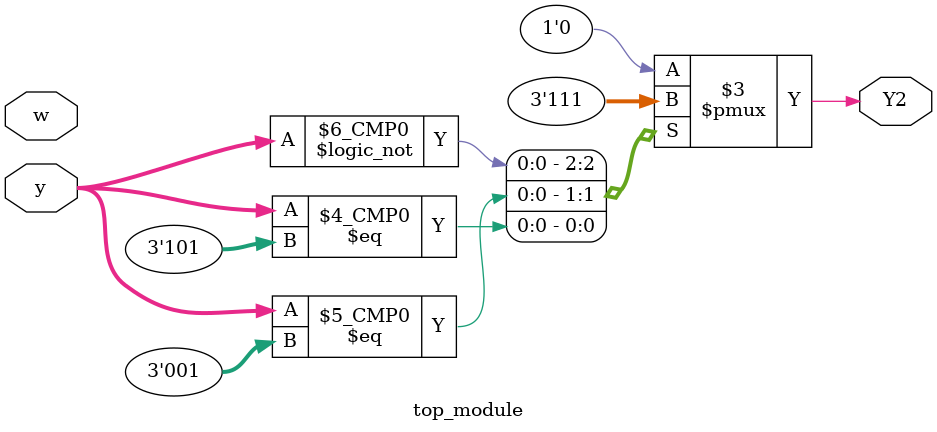
<source format=sv>
module top_module(
	input [3:1] y,
	input w,
	output reg Y2);

	always @(*) begin
		case (y)
			3'b000: Y2 = 1'b1; // A -> B
			3'b001: Y2 = 1'b1; // B -> A
			3'b010: Y2 = 1'b0; // C -> D
			3'b011: Y2 = 1'b0; // D -> A
			3'b100: Y2 = 1'b0; // E -> D
			3'b101: Y2 = 1'b1; // F -> D
			default: Y2 = 1'b0; // Default
		endcase
	end

endmodule

</source>
